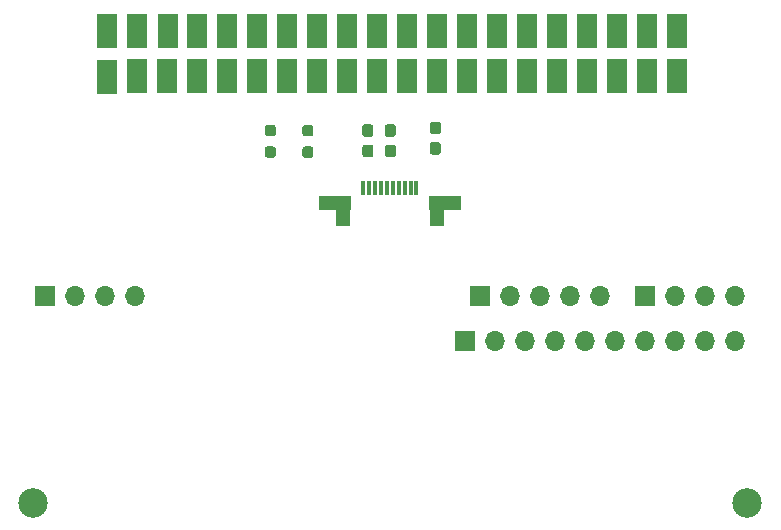
<source format=gbr>
%TF.GenerationSoftware,KiCad,Pcbnew,(5.1.9)-1*%
%TF.CreationDate,2021-11-21T17:51:24+01:00*%
%TF.ProjectId,MemoryBrakout,4d656d6f-7279-4427-9261-6b6f75742e6b,rev?*%
%TF.SameCoordinates,Original*%
%TF.FileFunction,Soldermask,Bot*%
%TF.FilePolarity,Negative*%
%FSLAX46Y46*%
G04 Gerber Fmt 4.6, Leading zero omitted, Abs format (unit mm)*
G04 Created by KiCad (PCBNEW (5.1.9)-1) date 2021-11-21 17:51:24*
%MOMM*%
%LPD*%
G01*
G04 APERTURE LIST*
%ADD10R,1.700000X3.000000*%
%ADD11R,1.700000X1.700000*%
%ADD12O,1.700000X1.700000*%
%ADD13R,0.300000X1.300000*%
%ADD14R,2.700000X1.300000*%
%ADD15R,1.300000X2.200000*%
%ADD16C,2.500000*%
G04 APERTURE END LIST*
%TO.C,C1*%
G36*
G01*
X185657500Y-83315000D02*
X185182500Y-83315000D01*
G75*
G02*
X184945000Y-83077500I0J237500D01*
G01*
X184945000Y-82477500D01*
G75*
G02*
X185182500Y-82240000I237500J0D01*
G01*
X185657500Y-82240000D01*
G75*
G02*
X185895000Y-82477500I0J-237500D01*
G01*
X185895000Y-83077500D01*
G75*
G02*
X185657500Y-83315000I-237500J0D01*
G01*
G37*
G36*
G01*
X185657500Y-81590000D02*
X185182500Y-81590000D01*
G75*
G02*
X184945000Y-81352500I0J237500D01*
G01*
X184945000Y-80752500D01*
G75*
G02*
X185182500Y-80515000I237500J0D01*
G01*
X185657500Y-80515000D01*
G75*
G02*
X185895000Y-80752500I0J-237500D01*
G01*
X185895000Y-81352500D01*
G75*
G02*
X185657500Y-81590000I-237500J0D01*
G01*
G37*
%TD*%
%TO.C,C2*%
G36*
G01*
X181847500Y-81817500D02*
X181372500Y-81817500D01*
G75*
G02*
X181135000Y-81580000I0J237500D01*
G01*
X181135000Y-80980000D01*
G75*
G02*
X181372500Y-80742500I237500J0D01*
G01*
X181847500Y-80742500D01*
G75*
G02*
X182085000Y-80980000I0J-237500D01*
G01*
X182085000Y-81580000D01*
G75*
G02*
X181847500Y-81817500I-237500J0D01*
G01*
G37*
G36*
G01*
X181847500Y-83542500D02*
X181372500Y-83542500D01*
G75*
G02*
X181135000Y-83305000I0J237500D01*
G01*
X181135000Y-82705000D01*
G75*
G02*
X181372500Y-82467500I237500J0D01*
G01*
X181847500Y-82467500D01*
G75*
G02*
X182085000Y-82705000I0J-237500D01*
G01*
X182085000Y-83305000D01*
G75*
G02*
X181847500Y-83542500I-237500J0D01*
G01*
G37*
%TD*%
%TO.C,C3*%
G36*
G01*
X179942500Y-83542500D02*
X179467500Y-83542500D01*
G75*
G02*
X179230000Y-83305000I0J237500D01*
G01*
X179230000Y-82705000D01*
G75*
G02*
X179467500Y-82467500I237500J0D01*
G01*
X179942500Y-82467500D01*
G75*
G02*
X180180000Y-82705000I0J-237500D01*
G01*
X180180000Y-83305000D01*
G75*
G02*
X179942500Y-83542500I-237500J0D01*
G01*
G37*
G36*
G01*
X179942500Y-81817500D02*
X179467500Y-81817500D01*
G75*
G02*
X179230000Y-81580000I0J237500D01*
G01*
X179230000Y-80980000D01*
G75*
G02*
X179467500Y-80742500I237500J0D01*
G01*
X179942500Y-80742500D01*
G75*
G02*
X180180000Y-80980000I0J-237500D01*
G01*
X180180000Y-81580000D01*
G75*
G02*
X179942500Y-81817500I-237500J0D01*
G01*
G37*
%TD*%
D10*
%TO.C,J1*%
X205885000Y-76685000D03*
X205885000Y-72811500D03*
X203345000Y-76685000D03*
X203345000Y-72811500D03*
X200805000Y-76685000D03*
X200805000Y-72811500D03*
X198265000Y-76685000D03*
X198265000Y-72811500D03*
X195725000Y-76685000D03*
X195725000Y-72811500D03*
X193185000Y-76685000D03*
X193185000Y-72811500D03*
X190645000Y-76685000D03*
X190645000Y-72811500D03*
X188105000Y-76685000D03*
X188105000Y-72811500D03*
X185565000Y-76685000D03*
X185565000Y-72811500D03*
X183025000Y-76685000D03*
X183025000Y-72875000D03*
X180485000Y-76685000D03*
X180467000Y-72834500D03*
X177945000Y-76685000D03*
X177927000Y-72834500D03*
X175405000Y-76685000D03*
X175387000Y-72834500D03*
X172865000Y-76685000D03*
X172847000Y-72834500D03*
X170325000Y-76685000D03*
X170307000Y-72834500D03*
X167785000Y-76685000D03*
X167767000Y-72834500D03*
X165245000Y-76685000D03*
X165227000Y-72834500D03*
X162705000Y-76685000D03*
X162750500Y-72834500D03*
X160165000Y-76685000D03*
X160147000Y-72834500D03*
X157607000Y-76708000D03*
X157607000Y-72834500D03*
%TD*%
D11*
%TO.C,J2*%
X189230000Y-95250000D03*
D12*
X191770000Y-95250000D03*
X194310000Y-95250000D03*
X196850000Y-95250000D03*
X199390000Y-95250000D03*
%TD*%
D11*
%TO.C,J3*%
X187960000Y-99060000D03*
D12*
X190500000Y-99060000D03*
X193040000Y-99060000D03*
X195580000Y-99060000D03*
X198120000Y-99060000D03*
X200660000Y-99060000D03*
X203200000Y-99060000D03*
X205740000Y-99060000D03*
X208280000Y-99060000D03*
X210820000Y-99060000D03*
%TD*%
%TO.C,J4*%
X160020000Y-95250000D03*
X157480000Y-95250000D03*
X154940000Y-95250000D03*
D11*
X152400000Y-95250000D03*
%TD*%
%TO.C,J5*%
X203200000Y-95250000D03*
D12*
X205740000Y-95250000D03*
X208280000Y-95250000D03*
X210820000Y-95250000D03*
%TD*%
%TO.C,R1*%
G36*
G01*
X174862500Y-81767500D02*
X174387500Y-81767500D01*
G75*
G02*
X174150000Y-81530000I0J237500D01*
G01*
X174150000Y-81030000D01*
G75*
G02*
X174387500Y-80792500I237500J0D01*
G01*
X174862500Y-80792500D01*
G75*
G02*
X175100000Y-81030000I0J-237500D01*
G01*
X175100000Y-81530000D01*
G75*
G02*
X174862500Y-81767500I-237500J0D01*
G01*
G37*
G36*
G01*
X174862500Y-83592500D02*
X174387500Y-83592500D01*
G75*
G02*
X174150000Y-83355000I0J237500D01*
G01*
X174150000Y-82855000D01*
G75*
G02*
X174387500Y-82617500I237500J0D01*
G01*
X174862500Y-82617500D01*
G75*
G02*
X175100000Y-82855000I0J-237500D01*
G01*
X175100000Y-83355000D01*
G75*
G02*
X174862500Y-83592500I-237500J0D01*
G01*
G37*
%TD*%
%TO.C,R7*%
G36*
G01*
X171687500Y-83592500D02*
X171212500Y-83592500D01*
G75*
G02*
X170975000Y-83355000I0J237500D01*
G01*
X170975000Y-82855000D01*
G75*
G02*
X171212500Y-82617500I237500J0D01*
G01*
X171687500Y-82617500D01*
G75*
G02*
X171925000Y-82855000I0J-237500D01*
G01*
X171925000Y-83355000D01*
G75*
G02*
X171687500Y-83592500I-237500J0D01*
G01*
G37*
G36*
G01*
X171687500Y-81767500D02*
X171212500Y-81767500D01*
G75*
G02*
X170975000Y-81530000I0J237500D01*
G01*
X170975000Y-81030000D01*
G75*
G02*
X171212500Y-80792500I237500J0D01*
G01*
X171687500Y-80792500D01*
G75*
G02*
X171925000Y-81030000I0J-237500D01*
G01*
X171925000Y-81530000D01*
G75*
G02*
X171687500Y-81767500I-237500J0D01*
G01*
G37*
%TD*%
D13*
%TO.C,U1*%
X180316300Y-86133800D03*
X183816300Y-86133800D03*
X180816300Y-86133800D03*
X181816300Y-86133800D03*
X179816300Y-86133800D03*
X179316300Y-86133800D03*
X182816300Y-86133800D03*
X183316300Y-86133800D03*
X182316300Y-86133800D03*
X181316300Y-86133800D03*
D14*
X176956200Y-87374200D03*
D15*
X177603900Y-88237800D03*
D14*
X186252600Y-87374200D03*
D15*
X185579500Y-88237800D03*
%TD*%
D16*
%TO.C,H1*%
X151384000Y-112776000D03*
%TD*%
%TO.C,H2*%
X211836000Y-112776000D03*
%TD*%
M02*

</source>
